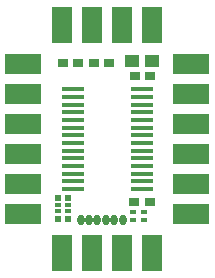
<source format=gts>
G04 DipTrace 2.4.0.2*
%INPCA9685.gts*%
%MOMM*%
%ADD29O,0.6X0.9*%
%ADD36R,1.85X0.45*%
%ADD37R,0.55X0.45*%
%ADD38R,0.55X0.3*%
%ADD39R,0.55X0.575*%
%ADD40R,2.082X1.75*%
%ADD41R,1.65X1.75*%
%ADD42R,1.75X2.082*%
%ADD43R,1.75X1.65*%
%ADD44R,0.95X0.75*%
%ADD45R,1.15X1.05*%
%FSLAX53Y53*%
G04*
G71*
G90*
G75*
G01*
%LNTopMask*%
%LPD*%
D45*
X19659Y26800D3*
X21359D3*
D44*
X19945Y25481D3*
X21245D3*
D43*
X21430Y29050D3*
X18890D3*
X16350D3*
X13810D3*
D42*
X21430Y30320D3*
X18890D3*
X16350D3*
X13810D3*
D43*
Y11270D3*
X16350D3*
X18890D3*
X21430D3*
D42*
X13810Y10000D3*
X16350D3*
X18890D3*
X21430D3*
D41*
X11270Y26510D3*
Y23970D3*
Y21430D3*
Y18890D3*
Y16350D3*
Y13810D3*
D40*
X10000Y26510D3*
Y23970D3*
Y21430D3*
Y18890D3*
Y16350D3*
Y13810D3*
D41*
X23970D3*
Y16350D3*
Y18890D3*
Y21430D3*
Y23970D3*
Y26510D3*
D40*
X25240Y13810D3*
Y16350D3*
Y18890D3*
Y21430D3*
Y23970D3*
Y26510D3*
D44*
X19898Y14815D3*
X21198D3*
X13870Y26610D3*
X15170D3*
X17745Y26621D3*
X16445D3*
D39*
X14301Y13406D3*
D38*
Y14046D3*
Y14546D3*
D39*
Y15181D3*
X13401D3*
D38*
Y14546D3*
Y14046D3*
D39*
Y13406D3*
D37*
X19744Y13967D3*
Y13267D3*
X20744D3*
Y13967D3*
D29*
X15353Y13324D3*
X16058Y13319D3*
X16765Y13331D3*
X17483Y13340D3*
X18210Y13334D3*
X18905Y13324D3*
D36*
X14720Y24385D3*
Y23735D3*
Y23085D3*
Y22435D3*
Y21785D3*
Y21135D3*
Y20485D3*
Y19835D3*
Y19185D3*
Y18535D3*
Y17885D3*
Y17235D3*
Y16585D3*
Y15935D3*
X20520D3*
Y16585D3*
Y17235D3*
Y17885D3*
Y18535D3*
Y19185D3*
Y19835D3*
Y20485D3*
Y21135D3*
Y21785D3*
Y22435D3*
Y23085D3*
Y23735D3*
Y24385D3*
M02*

</source>
